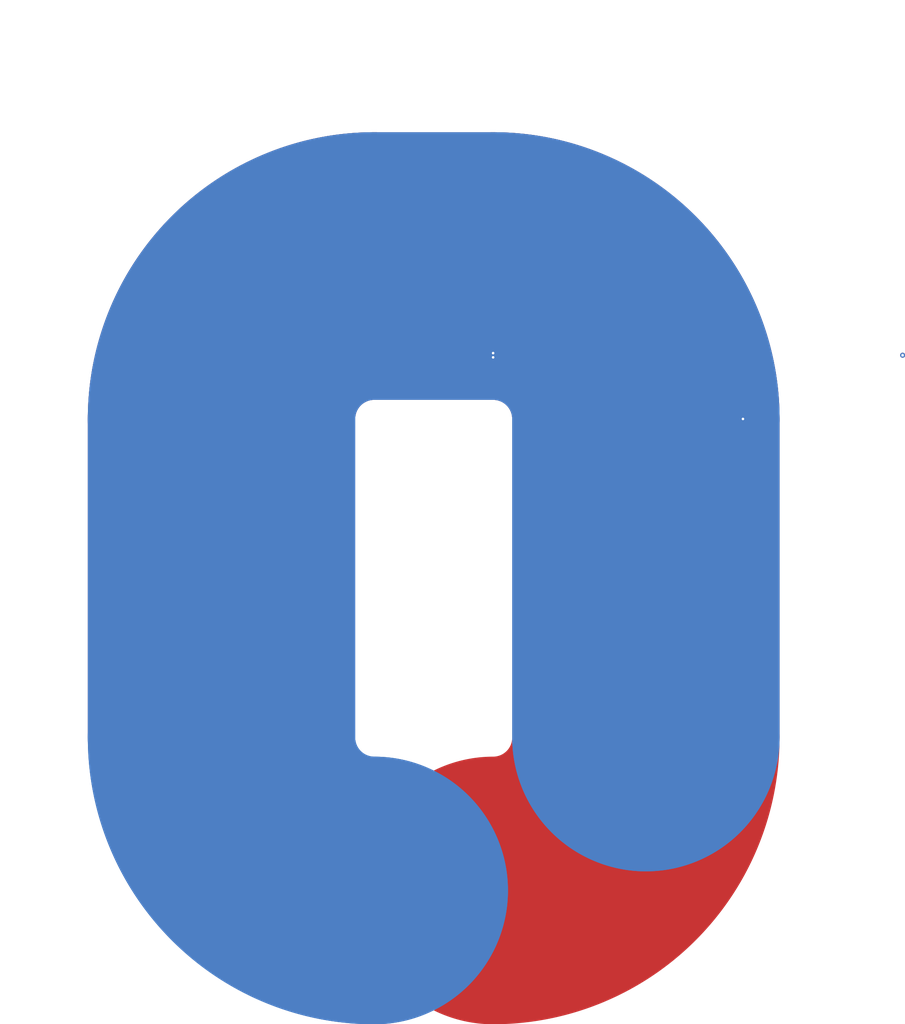
<source format=kicad_pcb>
(kicad_pcb
	(version 20241229)
	(generator "pcbnew")
	(generator_version "9.0")
	(general
		(thickness 1.6)
		(legacy_teardrops no)
	)
	(paper "A4")
	(layers
		(0 "F.Cu" signal)
		(4 "In1.Cu" signal)
		(6 "In2.Cu" signal)
		(2 "B.Cu" signal)
		(9 "F.Adhes" user "F.Adhesive")
		(11 "B.Adhes" user "B.Adhesive")
		(13 "F.Paste" user)
		(15 "B.Paste" user)
		(5 "F.SilkS" user "F.Silkscreen")
		(7 "B.SilkS" user "B.Silkscreen")
		(1 "F.Mask" user)
		(3 "B.Mask" user)
		(17 "Dwgs.User" user "User.Drawings")
		(19 "Cmts.User" user "User.Comments")
		(21 "Eco1.User" user "User.Eco1")
		(23 "Eco2.User" user "User.Eco2")
		(25 "Edge.Cuts" user)
		(27 "Margin" user)
		(31 "F.CrtYd" user "F.Courtyard")
		(29 "B.CrtYd" user "B.Courtyard")
		(35 "F.Fab" user)
		(33 "B.Fab" user)
		(39 "User.1" user)
		(41 "User.2" user)
		(43 "User.3" user)
		(45 "User.4" user)
	)
	(setup
		(stackup
			(layer "F.SilkS"
				(type "Top Silk Screen")
			)
			(layer "F.Paste"
				(type "Top Solder Paste")
			)
			(layer "F.Mask"
				(type "Top Solder Mask")
				(thickness 0.01)
			)
			(layer "F.Cu"
				(type "copper")
				(thickness 0.035)
			)
			(layer "dielectric 1"
				(type "prepreg")
				(thickness 0.1)
				(material "FR4")
				(epsilon_r 4.5)
				(loss_tangent 0.02)
			)
			(layer "In1.Cu"
				(type "copper")
				(thickness 0.035)
			)
			(layer "dielectric 2"
				(type "core")
				(thickness 1.24)
				(material "FR4")
				(epsilon_r 4.5)
				(loss_tangent 0.02)
			)
			(layer "In2.Cu"
				(type "copper")
				(thickness 0.035)
			)
			(layer "dielectric 3"
				(type "prepreg")
				(thickness 0.1)
				(material "FR4")
				(epsilon_r 4.5)
				(loss_tangent 0.02)
			)
			(layer "B.Cu"
				(type "copper")
				(thickness 0.035)
			)
			(layer "B.Mask"
				(type "Bottom Solder Mask")
				(thickness 0.01)
			)
			(layer "B.Paste"
				(type "Bottom Solder Paste")
			)
			(layer "B.SilkS"
				(type "Bottom Silk Screen")
			)
			(copper_finish "None")
			(dielectric_constraints no)
		)
		(pad_to_mask_clearance 0)
		(allow_soldermask_bridges_in_footprints no)
		(tenting front back)
		(pcbplotparams
			(layerselection 0x00000000_00000000_55555555_5755f5ff)
			(plot_on_all_layers_selection 0x00000000_00000000_00000000_00000000)
			(disableapertmacros no)
			(usegerberextensions no)
			(usegerberattributes yes)
			(usegerberadvancedattributes yes)
			(creategerberjobfile yes)
			(dashed_line_dash_ratio 12.000000)
			(dashed_line_gap_ratio 3.000000)
			(svgprecision 4)
			(plotframeref no)
			(mode 1)
			(useauxorigin no)
			(hpglpennumber 1)
			(hpglpenspeed 20)
			(hpglpendiameter 15.000000)
			(pdf_front_fp_property_popups yes)
			(pdf_back_fp_property_popups yes)
			(pdf_metadata yes)
			(pdf_single_document no)
			(dxfpolygonmode yes)
			(dxfimperialunits yes)
			(dxfusepcbnewfont yes)
			(psnegative no)
			(psa4output no)
			(plot_black_and_white yes)
			(sketchpadsonfab no)
			(plotpadnumbers no)
			(hidednponfab no)
			(sketchdnponfab yes)
			(crossoutdnponfab yes)
			(subtractmaskfromsilk no)
			(outputformat 1)
			(mirror no)
			(drillshape 1)
			(scaleselection 1)
			(outputdirectory "")
		)
	)
	(net 0 "")
	(gr_arc
		(start 26 0)
		(mid 31.272078 -12.727922)
		(end 44 -18)
		(stroke
			(width 31.5)
			(type solid)
		)
		(layer "F.Cu")
		(uuid "067d8e4d-cc05-4132-abf5-3e50caad8cb9")
	)
	(gr_line
		(start 76 37.5)
		(end 76 0)
		(stroke
			(width 31.5)
			(type default)
		)
		(layer "F.Cu")
		(uuid "4f62e103-3a4c-49ed-aa49-747b074cbb8c")
	)
	(gr_line
		(start 58 -18)
		(end 44 -18)
		(stroke
			(width 31.5)
			(type default)
		)
		(layer "F.Cu")
		(uuid "4f75204f-815a-43f9-8d67-3ad26b98489b")
	)
	(gr_line
		(start 26 0)
		(end 26 37.5)
		(stroke
			(width 31.5)
			(type default)
		)
		(layer "F.Cu")
		(uuid "6c6ce26b-4e67-4fb0-b327-e1423811f355")
	)
	(gr_arc
		(start 76 37.5)
		(mid 70.727922 50.227922)
		(end 58 55.5)
		(stroke
			(width 31.5)
			(type solid)
		)
		(layer "F.Cu")
		(uuid "76936add-2657-4b0c-9a9f-e1e8c08d1826")
	)
	(gr_arc
		(start 58 -18)
		(mid 70.727922 -12.727922)
		(end 76 0)
		(stroke
			(width 31.5)
			(type solid)
		)
		(layer "F.Cu")
		(uuid "9b8bac14-e9d1-479c-a137-af50f6357605")
	)
	(gr_line
		(start 58 -18)
		(end 44 -18)
		(stroke
			(width 31.5)
			(type default)
		)
		(layer "B.Cu")
		(uuid "06faafd5-9808-42ac-8c97-b2f1dd9b4632")
	)
	(gr_line
		(start 26 0)
		(end 26 37.5)
		(stroke
			(width 31.5)
			(type default)
		)
		(layer "B.Cu")
		(uuid "66c96e73-e07f-448c-ba42-f7056f970dff")
	)
	(gr_arc
		(start 26 0)
		(mid 31.272078 -12.727922)
		(end 44 -18)
		(stroke
			(width 31.5)
			(type solid)
		)
		(layer "B.Cu")
		(uuid "7171efa8-84e7-4ec5-bf23-831af8d921ce")
	)
	(gr_line
		(start 76 37.5)
		(end 76 0)
		(stroke
			(width 31.5)
			(type default)
		)
		(layer "B.Cu")
		(uuid "7ac961a5-2975-4d02-8816-b90a9a158236")
	)
	(gr_line
		(start 58 -18)
		(end 44 -18)
		(stroke
			(width 31.5)
			(type default)
		)
		(layer "B.Cu")
		(uuid "8834b8fa-e8bc-48e4-8528-c6a6c35ff0ef")
	)
	(gr_arc
		(start 44 55.5)
		(mid 31.272078 50.227922)
		(end 26 37.5)
		(stroke
			(width 31.5)
			(type solid)
		)
		(layer "B.Cu")
		(uuid "afb5a23f-0734-41da-bdd1-b675cf5d162d")
	)
	(gr_arc
		(start 44 55.5)
		(mid 31.272078 50.227922)
		(end 26 37.5)
		(stroke
			(width 31.5)
			(type solid)
		)
		(layer "B.Cu")
		(uuid "c0bfe462-2e5d-4a9e-83e1-8fbd8a11e478")
	)
	(gr_arc
		(start 58 -18)
		(mid 70.727922 -12.727922)
		(end 76 0)
		(stroke
			(width 31.5)
			(type solid)
		)
		(layer "B.Cu")
		(uuid "c77bd127-45cf-483a-a601-ff62d440fc8a")
	)
	(gr_line
		(start 26 0)
		(end 26 37.5)
		(stroke
			(width 31.5)
			(type default)
		)
		(layer "B.Cu")
		(uuid "cf458fb2-0e3f-43b8-bece-dd5ebac07c2c")
	)
	(gr_arc
		(start 26 0)
		(mid 31.272078 -12.727922)
		(end 44 -18)
		(stroke
			(width 31.5)
			(type solid)
		)
		(layer "B.Cu")
		(uuid "f25a56f0-bba3-4fbd-9210-73a7105751ee")
	)
	(gr_arc
		(start 58 -18)
		(mid 70.727922 -12.727922)
		(end 76 0)
		(stroke
			(width 31.5)
			(type solid)
		)
		(layer "B.Cu")
		(uuid "f85cde1d-e5a9-4aca-9de4-96f770f11410")
	)
	(gr_line
		(start 76 37.5)
		(end 76 0)
		(stroke
			(width 31.5)
			(type default)
		)
		(layer "B.Cu")
		(uuid "f8c45775-fc7f-4c57-a9b4-00fd82c12aa4")
	)
	(gr_line
		(start 72.1875 37.5)
		(end 72.1875 0)
		(stroke
			(width 7.125)
			(type default)
		)
		(layer "In1.Cu")
		(uuid "045db62c-b9e9-422f-b7a6-91919fa49e39")
	)
	(gr_line
		(start 44 44.0625)
		(end 58 44.0625)
		(stroke
			(width 7.125)
			(type default)
		)
		(layer "In1.Cu")
		(uuid "0c039ab2-54e9-49ad-b92c-1a407feaa961")
	)
	(gr_arc
		(start 29.8125 0)
		(mid 36.201233 -15.423767)
		(end 51.625 -21.8125)
		(stroke
			(width 7.125)
			(type solid)
		)
		(layer "In1.Cu")
		(uuid "0e8f928b-745b-4772-8741-1c9c046bc20c")
	)
	(gr_arc
		(start 44 51.6875)
		(mid 33.967923 47.532077)
		(end 29.8125 37.5)
		(stroke
			(width 7.125)
			(type solid)
		)
		(layer "In1.Cu")
		(uuid "16dfa524-c165-4542-8407-1339811a705b")
	)
	(gr_arc
		(start 58 -21.8125)
		(mid 73.423767 -15.423767)
		(end 79.8125 0)
		(stroke
			(width 7.125)
			(type solid)
		)
		(layer "In1.Cu")
		(uuid "1bbcbe22-b073-4266-8205-d1d83fb216ee")
	)
	(gr_arc
		(start 44 59.3125)
		(mid 28.576233 52.923767)
		(end 22.1875 37.5)
		(stroke
			(width 7.125)
			(type solid)
		)
		(layer "In1.Cu")
		(uuid "44970dc7-59a8-4424-bac6-3871b18a050f")
	)
	(gr_line
		(start 14.5625 0)
		(end 14.5625 37.5)
		(stroke
			(width 7.125)
			(type default)
		)
		(layer "In1.Cu")
		(uuid "5af5ec8c-1833-40eb-9a65-48b3ff669af7")
	)
	(gr_line
		(start 87.4375 37.5)
		(end 87.4375 0)
		(stroke
			(width 7.125)
			(type default)
		)
		(layer "In1.Cu")
		(uuid "5c8ed23a-4cd6-4fe7-86ae-5ff0e2e31d10")
	)
	(gr_arc
		(start 22.1875 0)
		(mid 30.809544 -20.815456)
		(end 51.625 -29.4375)
		(stroke
			(width 7.125)
			(type solid)
		)
		(layer "In1.Cu")
		(uuid "5cd029a3-ab87-4dfc-b868-92538e4feddf")
	)
	(gr_arc
		(start 58 -29.4375)
		(mid 78.815456 -20.815456)
		(end 87.4375 0)
		(stroke
			(width 7.125)
			(type solid)
		)
		(layer "In1.Cu")
		(uuid "64318826-4af3-40e9-bc6b-88ffe3b8cd98")
	)
	(gr_line
		(start 58 -21.8125)
		(end 51.625 -21.8125)
		(stroke
			(width 7.125)
			(type default)
		)
		(layer "In1.Cu")
		(uuid "7c7335d8-501a-46dc-9508-93f7bdedcd18")
	)
	(gr_arc
		(start 44 66.9375)
		(mid 23.184544 58.315456)
		(end 14.5625 37.5)
		(stroke
			(width 7.125)
			(type solid)
		)
		(layer "In1.Cu")
		(uuid "86366a30-37c0-4e33-b30d-02092413015c")
	)
	(gr_arc
		(start 64.5625 37.5)
		(mid 62.640388 42.140388)
		(end 58 44.0625)
		(stroke
			(width 7.125)
			(type solid)
		)
		(layer "In1.Cu")
		(uuid "8cbee44a-341f-4432-a9d8-c4494f22cded")
	)
	(gr_arc
		(start 58 -14.1875)
		(mid 68.032077 -10.032077)
		(end 72.1875 0)
		(stroke
			(width 7.125)
			(type solid)
		)
		(layer "In1.Cu")
		(uuid "8d46a623-9971-4494-afaf-e6f866eca741")
	)
	(gr_line
		(start 58 -29.4375)
		(end 51.625 -29.4375)
		(stroke
			(width 7.125)
			(type default)
		)
		(layer "In1.Cu")
		(uuid "96507f46-b9fe-46cf-a1d2-a9e1524e1a2c")
	)
	(gr_arc
		(start 79.8125 37.5)
		(mid 73.423767 52.923767)
		(end 58 59.3125)
		(stroke
			(width 7.125)
			(type solid)
		)
		(layer "In1.Cu")
		(uuid "a3df5dc9-f6fb-443a-bbe8-d432e7a172d6")
	)
	(gr_line
		(start 44 59.3125)
		(end 58 59.3125)
		(stroke
			(width 7.125)
			(type default)
		)
		(layer "In1.Cu")
		(uuid "a41d1ffe-6441-46bb-bb39-cb28a0a68fb2")
	)
	(gr_arc
		(start 58 -6.5625)
		(mid 62.640388 -4.640388)
		(end 64.5625 0)
		(stroke
			(width 7.125)
			(type solid)
		)
		(layer "In1.Cu")
		(uuid "ae38d967-5269-47df-b9f6-733123d8019f")
	)
	(gr_line
		(start 58 -14.1875)
		(end 51.625 -14.1875)
		(stroke
			(width 7.125)
			(type default)
		)
		(layer "In1.Cu")
		(uuid "b107d857-c661-465b-83d9-1198e1916b37")
	)
	(gr_line
		(start 29.8125 0)
		(end 29.8125 37.5)
		(stroke
			(width 7.125)
			(type default)
		)
		(layer "In1.Cu")
		(uuid "bbdf1580-3db2-419e-98d5-7fb86f95ee1d")
	)
	(gr_line
		(start 64.5625 37.5)
		(end 64.5625 0)
		(stroke
			(width 7.125)
			(type default)
		)
		(layer "In1.Cu")
		(uuid "cd0d4c9f-64a1-4155-80d6-917ed6210843")
	)
	(gr_line
		(start 44 66.9375)
		(end 58 66.9375)
		(stroke
			(width 7.125)
			(type default)
		)
		(layer "In1.Cu")
		(uuid "cfa6b1ee-f805-41ad-a4ec-b25d90e28b18")
	)
	(gr_line
		(start 22.1875 0)
		(end 22.1875 37.5)
		(stroke
			(width 7.125)
			(type default)
		)
		(layer "In1.Cu")
		(uuid "d1b1c4ff-f25e-4784-9f8d-8a2b00a2c7d5")
	)
	(gr_arc
		(start 72.1875 37.5)
		(mid 68.032077 47.532077)
		(end 58 51.6875)
		(stroke
			(width 7.125)
			(type solid)
		)
		(layer "In1.Cu")
		(uuid "d627f134-0a04-464d-af0b-7543bc7cb5b8")
	)
	(gr_arc
		(start 37.4375 0)
		(mid 41.592923 -10.032077)
		(end 51.625 -14.1875)
		(stroke
			(width 7.125)
			(type solid)
		)
		(layer "In1.Cu")
		(uuid "d82097d8-3589-4900-a0b1-62d7269bf7bf")
	)
	(gr_line
		(start 37.4375 0)
		(end 37.4375 37.5)
		(stroke
			(width 7.125)
			(type default)
		)
		(layer "In1.Cu")
		(uuid "db935fe3-894b-419d-8e9e-a88073a616e7")
	)
	(gr_line
		(start 79.8125 37.5)
		(end 79.8125 0)
		(stroke
			(width 7.125)
			(type default)
		)
		(layer "In1.Cu")
		(uuid "dc8e1493-78bb-43b2-9d99-bc2705607bcb")
	)
	(gr_arc
		(start 44 44.0625)
		(mid 39.359612 42.140388)
		(end 37.4375 37.5)
		(stroke
			(width 7.125)
			(type solid)
		)
		(layer "In1.Cu")
		(uuid "e26c7cdd-a8f4-4f01-81f3-63e62b454080")
	)
	(gr_arc
		(start 87.4375 37.5)
		(mid 78.815456 58.315456)
		(end 58 66.9375)
		(stroke
			(width 7.125)
			(type solid)
		)
		(layer "In1.Cu")
		(uuid "e8da76b7-84f6-4120-b797-119114a1cb1c")
	)
	(gr_line
		(start 44 51.6875)
		(end 58 51.6875)
		(stroke
			(width 7.125)
			(type default)
		)
		(layer "In1.Cu")
		(uuid "f92aa829-cb37-4def-929c-c967396a2309")
	)
	(gr_line
		(start 58 -6.5625)
		(end 58 -45.75)
		(stroke
			(width 7.125)
			(type default)
		)
		(layer "In2.Cu")
		(uuid "2ae158e3-1683-4a51-aafb-141e00b68ecd")
	)
	(gr_rect
		(start 0 0)
		(end 102 37.5)
		(stroke
			(width 0.2)
			(type solid)
		)
		(fill no)
		(layer "F.Fab")
		(uuid "4ab54308-d54b-4528-85f1-782f2242ec3f")
	)
	(gr_line
		(start 94 0)
		(end 94 37.5)
		(stroke
			(width 0.2)
			(type default)
		)
		(layer "F.Fab")
		(uuid "7ee6ba5f-2832-4836-b5bf-86f7a576f620")
	)
	(gr_line
		(start 44 0)
		(end 44 37.5)
		(stroke
			(width 0.2)
			(type default)
		)
		(layer "F.Fab")
		(uuid "988b4046-11e9-4cd2-8eb4-c92fb08dfb71")
	)
	(gr_line
		(start 58 0)
		(end 58 37.5)
		(stroke
			(width 0.2)
			(type default)
		)
		(layer "F.Fab")
		(uuid "cd4c5c3b-a3d5-4d85-8d7f-fe1298cb7bcf")
	)
	(gr_line
		(start 8 0)
		(end 8 37.5)
		(stroke
			(width 0.2)
			(type default)
		)
		(layer "F.Fab")
		(uuid "efd68e31-187f-4d6f-a46c-bff4dfcc8523")
	)
	(via
		(at 106.25 -7.5)
		(size 0.6)
		(drill 0.3)
		(layers "F.Cu" "B.Cu")
		(net 0)
		(uuid "7f12859e-6a9b-4edd-94a7-654c011e1408")
	)
	(via
		(at 58 -7.75)
		(size 0.6)
		(drill 0.3)
		(layers "F.Cu" "B.Cu")
		(net 0)
		(uuid "a2d3845e-b8b7-449c-9ec3-29cc7c079e7c")
	)
	(via
		(at 58 -7.25)
		(size 0.6)
		(drill 0.3)
		(layers "F.Cu" "B.Cu")
		(net 0)
		(uuid "c7bfc01c-53e2-4a1d-8e54-fb1657e38d5b")
	)
	(via
		(at 87.4375 0)
		(size 0.6)
		(drill 0.3)
		(layers "F.Cu" "B.Cu")
		(net 0)
		(uuid "e6986a9a-e24a-4078-bf1f-71d29b3dc0bd")
	)
	(embedded_fonts no)
)

</source>
